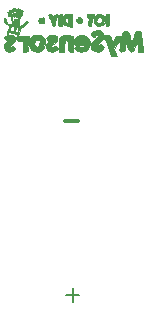
<source format=gbr>
G04 #@! TF.GenerationSoftware,KiCad,Pcbnew,(5.0.2)-1*
G04 #@! TF.CreationDate,2019-07-28T23:06:21+08:00*
G04 #@! TF.ProjectId,PIR,5049522e-6b69-4636-9164-5f7063625858,rev?*
G04 #@! TF.SameCoordinates,Original*
G04 #@! TF.FileFunction,Legend,Bot*
G04 #@! TF.FilePolarity,Positive*
%FSLAX46Y46*%
G04 Gerber Fmt 4.6, Leading zero omitted, Abs format (unit mm)*
G04 Created by KiCad (PCBNEW (5.0.2)-1) date 2019-07-28 23:06:21*
%MOMM*%
%LPD*%
G01*
G04 APERTURE LIST*
%ADD10C,0.300000*%
%ADD11C,0.010000*%
%ADD12C,0.150000*%
G04 APERTURE END LIST*
D10*
X44382930Y-55238021D02*
X43240073Y-55238021D01*
D11*
G04 #@! TO.C,G\002A\002A\002A*
G36*
X38904356Y-46346257D02*
X38902640Y-46360376D01*
X38947590Y-46417729D01*
X38961710Y-46419445D01*
X39019063Y-46374495D01*
X39020779Y-46360376D01*
X38975829Y-46303022D01*
X38961710Y-46301306D01*
X38904356Y-46346257D01*
X38904356Y-46346257D01*
G37*
X38904356Y-46346257D02*
X38902640Y-46360376D01*
X38947590Y-46417729D01*
X38961710Y-46419445D01*
X39019063Y-46374495D01*
X39020779Y-46360376D01*
X38975829Y-46303022D01*
X38961710Y-46301306D01*
X38904356Y-46346257D01*
G36*
X41317116Y-46500666D02*
X41172286Y-46526627D01*
X41081323Y-46537583D01*
X41080837Y-46537585D01*
X41046668Y-46589535D01*
X41029595Y-46717268D01*
X41029151Y-46744329D01*
X41036304Y-46876700D01*
X41080471Y-46935527D01*
X41195710Y-46950611D01*
X41265430Y-46951073D01*
X41501710Y-46951073D01*
X41501710Y-46707411D01*
X41497056Y-46554087D01*
X41466173Y-46490471D01*
X41383679Y-46488134D01*
X41317116Y-46500666D01*
X41317116Y-46500666D01*
G37*
X41317116Y-46500666D02*
X41172286Y-46526627D01*
X41081323Y-46537583D01*
X41080837Y-46537585D01*
X41046668Y-46589535D01*
X41029595Y-46717268D01*
X41029151Y-46744329D01*
X41036304Y-46876700D01*
X41080471Y-46935527D01*
X41195710Y-46950611D01*
X41265430Y-46951073D01*
X41501710Y-46951073D01*
X41501710Y-46707411D01*
X41497056Y-46554087D01*
X41466173Y-46490471D01*
X41383679Y-46488134D01*
X41317116Y-46500666D01*
G36*
X44365962Y-46450255D02*
X44337058Y-46508050D01*
X44305162Y-46586658D01*
X44277989Y-46596655D01*
X44225509Y-46639706D01*
X44229556Y-46738480D01*
X44285857Y-46847403D01*
X44303304Y-46866688D01*
X44448370Y-46941934D01*
X44602635Y-46919689D01*
X44676710Y-46862715D01*
X44737088Y-46753003D01*
X44745498Y-46649028D01*
X44699365Y-46597186D01*
X44691477Y-46596655D01*
X44639071Y-46548811D01*
X44632407Y-46508050D01*
X44581058Y-46436787D01*
X44484733Y-46419445D01*
X44365962Y-46450255D01*
X44365962Y-46450255D01*
G37*
X44365962Y-46450255D02*
X44337058Y-46508050D01*
X44305162Y-46586658D01*
X44277989Y-46596655D01*
X44225509Y-46639706D01*
X44229556Y-46738480D01*
X44285857Y-46847403D01*
X44303304Y-46866688D01*
X44448370Y-46941934D01*
X44602635Y-46919689D01*
X44676710Y-46862715D01*
X44737088Y-46753003D01*
X44745498Y-46649028D01*
X44699365Y-46597186D01*
X44691477Y-46596655D01*
X44639071Y-46548811D01*
X44632407Y-46508050D01*
X44581058Y-46436787D01*
X44484733Y-46419445D01*
X44365962Y-46450255D01*
G36*
X42403533Y-46236460D02*
X42347046Y-46314861D01*
X42288282Y-46446555D01*
X42217801Y-46314861D01*
X42133314Y-46230339D01*
X42017294Y-46185730D01*
X41911772Y-46187792D01*
X41858783Y-46243285D01*
X41857972Y-46257004D01*
X41888259Y-46348608D01*
X41962675Y-46494730D01*
X42005343Y-46567120D01*
X42095676Y-46755343D01*
X42146861Y-46942536D01*
X42151174Y-46995376D01*
X42165319Y-47129529D01*
X42223356Y-47181435D01*
X42287290Y-47187352D01*
X42377603Y-47172660D01*
X42407239Y-47105601D01*
X42399602Y-46986050D01*
X42412532Y-46792252D01*
X42508990Y-46589994D01*
X42529603Y-46558850D01*
X42644025Y-46368307D01*
X42674728Y-46249850D01*
X42622141Y-46192641D01*
X42544457Y-46183166D01*
X42403533Y-46236460D01*
X42403533Y-46236460D01*
G37*
X42403533Y-46236460D02*
X42347046Y-46314861D01*
X42288282Y-46446555D01*
X42217801Y-46314861D01*
X42133314Y-46230339D01*
X42017294Y-46185730D01*
X41911772Y-46187792D01*
X41858783Y-46243285D01*
X41857972Y-46257004D01*
X41888259Y-46348608D01*
X41962675Y-46494730D01*
X42005343Y-46567120D01*
X42095676Y-46755343D01*
X42146861Y-46942536D01*
X42151174Y-46995376D01*
X42165319Y-47129529D01*
X42223356Y-47181435D01*
X42287290Y-47187352D01*
X42377603Y-47172660D01*
X42407239Y-47105601D01*
X42399602Y-46986050D01*
X42412532Y-46792252D01*
X42508990Y-46589994D01*
X42529603Y-46558850D01*
X42644025Y-46368307D01*
X42674728Y-46249850D01*
X42622141Y-46192641D01*
X42544457Y-46183166D01*
X42403533Y-46236460D01*
G36*
X46776013Y-46187776D02*
X46732369Y-46217200D01*
X46709714Y-46294826D01*
X46701167Y-46444045D01*
X46699849Y-46685259D01*
X46701205Y-46928396D01*
X46709859Y-47076784D01*
X46732690Y-47153813D01*
X46776578Y-47182872D01*
X46847523Y-47187352D01*
X46919034Y-47182742D01*
X46962678Y-47153319D01*
X46985333Y-47075693D01*
X46993880Y-46926474D01*
X46995198Y-46685259D01*
X46993842Y-46442123D01*
X46985188Y-46293735D01*
X46962357Y-46216706D01*
X46918469Y-46187647D01*
X46847523Y-46183166D01*
X46776013Y-46187776D01*
X46776013Y-46187776D01*
G37*
X46776013Y-46187776D02*
X46732369Y-46217200D01*
X46709714Y-46294826D01*
X46701167Y-46444045D01*
X46699849Y-46685259D01*
X46701205Y-46928396D01*
X46709859Y-47076784D01*
X46732690Y-47153813D01*
X46776578Y-47182872D01*
X46847523Y-47187352D01*
X46919034Y-47182742D01*
X46962678Y-47153319D01*
X46985333Y-47075693D01*
X46993880Y-46926474D01*
X46995198Y-46685259D01*
X46993842Y-46442123D01*
X46985188Y-46293735D01*
X46962357Y-46216706D01*
X46918469Y-46187647D01*
X46847523Y-46183166D01*
X46776013Y-46187776D01*
G36*
X42820385Y-46193915D02*
X42773245Y-46244155D01*
X42743667Y-46360883D01*
X42721055Y-46546250D01*
X42693385Y-46827092D01*
X42683604Y-47011036D01*
X42696158Y-47118554D01*
X42735495Y-47170120D01*
X42806063Y-47186209D01*
X42860314Y-47187352D01*
X42989030Y-47169595D01*
X43035030Y-47101286D01*
X43037523Y-47062669D01*
X43037523Y-46937985D01*
X43140896Y-47064259D01*
X43279640Y-47163062D01*
X43509454Y-47220920D01*
X43554384Y-47226706D01*
X43864500Y-47262878D01*
X43864500Y-46714794D01*
X43569151Y-46714794D01*
X43546245Y-46886876D01*
X43480788Y-46953251D01*
X43377674Y-46910315D01*
X43344686Y-46880190D01*
X43277933Y-46746092D01*
X43309460Y-46610753D01*
X43388059Y-46539663D01*
X43497745Y-46489783D01*
X43550927Y-46508110D01*
X43567899Y-46614270D01*
X43569151Y-46714794D01*
X43864500Y-46714794D01*
X43864500Y-46191470D01*
X43561248Y-46205401D01*
X43351882Y-46229289D01*
X43218301Y-46286865D01*
X43147759Y-46355468D01*
X43037523Y-46491603D01*
X43037523Y-46337385D01*
X43014833Y-46221050D01*
X42926624Y-46184004D01*
X42898264Y-46183166D01*
X42820385Y-46193915D01*
X42820385Y-46193915D01*
G37*
X42820385Y-46193915D02*
X42773245Y-46244155D01*
X42743667Y-46360883D01*
X42721055Y-46546250D01*
X42693385Y-46827092D01*
X42683604Y-47011036D01*
X42696158Y-47118554D01*
X42735495Y-47170120D01*
X42806063Y-47186209D01*
X42860314Y-47187352D01*
X42989030Y-47169595D01*
X43035030Y-47101286D01*
X43037523Y-47062669D01*
X43037523Y-46937985D01*
X43140896Y-47064259D01*
X43279640Y-47163062D01*
X43509454Y-47220920D01*
X43554384Y-47226706D01*
X43864500Y-47262878D01*
X43864500Y-46714794D01*
X43569151Y-46714794D01*
X43546245Y-46886876D01*
X43480788Y-46953251D01*
X43377674Y-46910315D01*
X43344686Y-46880190D01*
X43277933Y-46746092D01*
X43309460Y-46610753D01*
X43388059Y-46539663D01*
X43497745Y-46489783D01*
X43550927Y-46508110D01*
X43567899Y-46614270D01*
X43569151Y-46714794D01*
X43864500Y-46714794D01*
X43864500Y-46191470D01*
X43561248Y-46205401D01*
X43351882Y-46229289D01*
X43218301Y-46286865D01*
X43147759Y-46355468D01*
X43037523Y-46491603D01*
X43037523Y-46337385D01*
X43014833Y-46221050D01*
X42926624Y-46184004D01*
X42898264Y-46183166D01*
X42820385Y-46193915D01*
G36*
X45241283Y-46188691D02*
X45143076Y-46211580D01*
X45107710Y-46261303D01*
X45104965Y-46294986D01*
X45149979Y-46406635D01*
X45201703Y-46443928D01*
X45256812Y-46487186D01*
X45277879Y-46580147D01*
X45270137Y-46752639D01*
X45265021Y-46804861D01*
X45251293Y-46998340D01*
X45265367Y-47109115D01*
X45313954Y-47170721D01*
X45341609Y-47187548D01*
X45442126Y-47233645D01*
X45494892Y-47219950D01*
X45515225Y-47126402D01*
X45518454Y-46955905D01*
X45525482Y-46765341D01*
X45543291Y-46614776D01*
X45554308Y-46571951D01*
X45610399Y-46483761D01*
X45659589Y-46502163D01*
X45690532Y-46615692D01*
X45695663Y-46714794D01*
X45737432Y-46954010D01*
X45862738Y-47109689D01*
X46071581Y-47181831D01*
X46168221Y-47187352D01*
X46405265Y-47147895D01*
X46558636Y-47026651D01*
X46632425Y-46819308D01*
X46640779Y-46689547D01*
X46632442Y-46589607D01*
X46392109Y-46589607D01*
X46382856Y-46747608D01*
X46343352Y-46836817D01*
X46235468Y-46934391D01*
X46095661Y-46937909D01*
X46002826Y-46880190D01*
X45941436Y-46752869D01*
X45966677Y-46618284D01*
X46054372Y-46509212D01*
X46180347Y-46458430D01*
X46295493Y-46483403D01*
X46392109Y-46589607D01*
X46632442Y-46589607D01*
X46625170Y-46502441D01*
X46564507Y-46379756D01*
X46485139Y-46305593D01*
X46268486Y-46199982D01*
X46042579Y-46202466D01*
X45886016Y-46275121D01*
X45791199Y-46334053D01*
X45758060Y-46320183D01*
X45754733Y-46275121D01*
X45728425Y-46220178D01*
X45633701Y-46191772D01*
X45446864Y-46183197D01*
X45429849Y-46183166D01*
X45241283Y-46188691D01*
X45241283Y-46188691D01*
G37*
X45241283Y-46188691D02*
X45143076Y-46211580D01*
X45107710Y-46261303D01*
X45104965Y-46294986D01*
X45149979Y-46406635D01*
X45201703Y-46443928D01*
X45256812Y-46487186D01*
X45277879Y-46580147D01*
X45270137Y-46752639D01*
X45265021Y-46804861D01*
X45251293Y-46998340D01*
X45265367Y-47109115D01*
X45313954Y-47170721D01*
X45341609Y-47187548D01*
X45442126Y-47233645D01*
X45494892Y-47219950D01*
X45515225Y-47126402D01*
X45518454Y-46955905D01*
X45525482Y-46765341D01*
X45543291Y-46614776D01*
X45554308Y-46571951D01*
X45610399Y-46483761D01*
X45659589Y-46502163D01*
X45690532Y-46615692D01*
X45695663Y-46714794D01*
X45737432Y-46954010D01*
X45862738Y-47109689D01*
X46071581Y-47181831D01*
X46168221Y-47187352D01*
X46405265Y-47147895D01*
X46558636Y-47026651D01*
X46632425Y-46819308D01*
X46640779Y-46689547D01*
X46632442Y-46589607D01*
X46392109Y-46589607D01*
X46382856Y-46747608D01*
X46343352Y-46836817D01*
X46235468Y-46934391D01*
X46095661Y-46937909D01*
X46002826Y-46880190D01*
X45941436Y-46752869D01*
X45966677Y-46618284D01*
X46054372Y-46509212D01*
X46180347Y-46458430D01*
X46295493Y-46483403D01*
X46392109Y-46589607D01*
X46632442Y-46589607D01*
X46625170Y-46502441D01*
X46564507Y-46379756D01*
X46485139Y-46305593D01*
X46268486Y-46199982D01*
X46042579Y-46202466D01*
X45886016Y-46275121D01*
X45791199Y-46334053D01*
X45758060Y-46320183D01*
X45754733Y-46275121D01*
X45728425Y-46220178D01*
X45633701Y-46191772D01*
X45446864Y-46183197D01*
X45429849Y-46183166D01*
X45241283Y-46188691D01*
G36*
X38775937Y-45728554D02*
X38754182Y-45772147D01*
X38693152Y-45859593D01*
X38593591Y-45853935D01*
X38506297Y-45841268D01*
X38503344Y-45898041D01*
X38507897Y-45910536D01*
X38504474Y-45991679D01*
X38457763Y-46005957D01*
X38380352Y-46038445D01*
X38371012Y-46065027D01*
X38411902Y-46122420D01*
X38424552Y-46124097D01*
X38456055Y-46170728D01*
X38449327Y-46234090D01*
X38470664Y-46337419D01*
X38560578Y-46399945D01*
X38669715Y-46387814D01*
X38671691Y-46386616D01*
X38706720Y-46415244D01*
X38724770Y-46528243D01*
X38725430Y-46560148D01*
X38740502Y-46708264D01*
X38777380Y-46797919D01*
X38783291Y-46802651D01*
X38805535Y-46870557D01*
X38760427Y-46965314D01*
X38676553Y-47044836D01*
X38602237Y-47069213D01*
X38492235Y-47024381D01*
X38372981Y-46919568D01*
X38290321Y-46799296D01*
X38277431Y-46753773D01*
X38264046Y-46629654D01*
X38261869Y-46611422D01*
X38213773Y-46545495D01*
X38133265Y-46547930D01*
X38078512Y-46611245D01*
X38075663Y-46635381D01*
X38116662Y-46760537D01*
X38217550Y-46916146D01*
X38345165Y-47059871D01*
X38466343Y-47149377D01*
X38483489Y-47156020D01*
X38555478Y-47190693D01*
X38559679Y-47252853D01*
X38509645Y-47364938D01*
X38440065Y-47546646D01*
X38389342Y-47750692D01*
X38387555Y-47761463D01*
X38336586Y-47928710D01*
X38257591Y-48050171D01*
X38243299Y-48061981D01*
X38146868Y-48174009D01*
X38165532Y-48296635D01*
X38254094Y-48399388D01*
X38373455Y-48507408D01*
X38224559Y-48662822D01*
X38101029Y-48845353D01*
X38093057Y-49025238D01*
X38198090Y-49217293D01*
X38346559Y-49341540D01*
X38519128Y-49372934D01*
X38760151Y-49347244D01*
X38940825Y-49278675D01*
X39045735Y-49179974D01*
X39059471Y-49063891D01*
X39001504Y-48973924D01*
X38911667Y-48913305D01*
X38803982Y-48928217D01*
X38749514Y-48951181D01*
X38612776Y-48999921D01*
X38570077Y-48980001D01*
X38620925Y-48893615D01*
X38764824Y-48742954D01*
X38804983Y-48705063D01*
X38948266Y-48560340D01*
X39047701Y-48438323D01*
X39070007Y-48392714D01*
X38589768Y-48392714D01*
X38548221Y-48427818D01*
X38453968Y-48480945D01*
X38441411Y-48460936D01*
X38459616Y-48427818D01*
X38545883Y-48371656D01*
X38566475Y-48369652D01*
X38589768Y-48392714D01*
X39070007Y-48392714D01*
X39079849Y-48372593D01*
X39105067Y-48333606D01*
X39193467Y-48371260D01*
X39227263Y-48392680D01*
X39414445Y-48459653D01*
X39521724Y-48452363D01*
X39635403Y-48445241D01*
X39704250Y-48516978D01*
X39731566Y-48580620D01*
X39762968Y-48749138D01*
X39763367Y-48974206D01*
X39755183Y-49059359D01*
X39716004Y-49372934D01*
X39926068Y-49372934D01*
X40071157Y-49361711D01*
X40154313Y-49334147D01*
X40158762Y-49328632D01*
X40169370Y-49254592D01*
X40180395Y-49088927D01*
X40190362Y-48858136D01*
X40196382Y-48652964D01*
X40211373Y-48021599D01*
X39735845Y-48020554D01*
X39467489Y-48027029D01*
X39292910Y-48050442D01*
X39188475Y-48094650D01*
X39166407Y-48113419D01*
X39090078Y-48171979D01*
X39029695Y-48141507D01*
X38984219Y-48081294D01*
X38870720Y-47986609D01*
X38689511Y-47955454D01*
X38668541Y-47955259D01*
X38522683Y-47947584D01*
X38466715Y-47913023D01*
X38472779Y-47834279D01*
X38472910Y-47833779D01*
X38526119Y-47747390D01*
X38600287Y-47755222D01*
X38717926Y-47788185D01*
X38893156Y-47817417D01*
X38946942Y-47823580D01*
X39100261Y-47850245D01*
X39189088Y-47887238D01*
X39197989Y-47902138D01*
X39245379Y-47950403D01*
X39279210Y-47955259D01*
X39344572Y-47901512D01*
X39398054Y-47761525D01*
X39429719Y-47567184D01*
X39434237Y-47458388D01*
X39315109Y-47458388D01*
X39304221Y-47600120D01*
X39276748Y-47679601D01*
X39190289Y-47712954D01*
X39124380Y-47718980D01*
X39050196Y-47701799D01*
X39035501Y-47628224D01*
X39052823Y-47530350D01*
X39107823Y-47369395D01*
X39173456Y-47268711D01*
X39013830Y-47268711D01*
X39000656Y-47325091D01*
X38966335Y-47480359D01*
X38961710Y-47546602D01*
X38930819Y-47630794D01*
X38819693Y-47659300D01*
X38787986Y-47659911D01*
X38651513Y-47641622D01*
X38577602Y-47600592D01*
X38582309Y-47517864D01*
X38636466Y-47376968D01*
X38674526Y-47303592D01*
X38757663Y-47163404D01*
X38808125Y-47114662D01*
X38848299Y-47144291D01*
X38873213Y-47187554D01*
X38940847Y-47263944D01*
X38988958Y-47263042D01*
X39013830Y-47268711D01*
X39173456Y-47268711D01*
X39181937Y-47255701D01*
X39254421Y-47216793D01*
X39279561Y-47229545D01*
X39307011Y-47315208D01*
X39315109Y-47458388D01*
X39434237Y-47458388D01*
X39434268Y-47457649D01*
X39478989Y-47342880D01*
X39624333Y-47257620D01*
X39626244Y-47256897D01*
X39805983Y-47169848D01*
X39966264Y-47059745D01*
X40080818Y-46948905D01*
X40123373Y-46859645D01*
X40117614Y-46839478D01*
X40036459Y-46780089D01*
X39947602Y-46788588D01*
X39906826Y-46858181D01*
X39859169Y-46957486D01*
X39744413Y-47067770D01*
X39604879Y-47155468D01*
X39491775Y-47187352D01*
X39400460Y-47136965D01*
X39346890Y-47015131D01*
X39346784Y-47010143D01*
X39079849Y-47010143D01*
X39059695Y-47067677D01*
X39053800Y-47069213D01*
X39003368Y-47027821D01*
X38991244Y-47010143D01*
X38995928Y-46955711D01*
X39017293Y-46951073D01*
X39077445Y-46993953D01*
X39079849Y-47010143D01*
X39346784Y-47010143D01*
X39343702Y-46865847D01*
X39373768Y-46776535D01*
X39421807Y-46627074D01*
X39434268Y-46511933D01*
X39444338Y-46471282D01*
X39316128Y-46471282D01*
X39286540Y-46566657D01*
X39184263Y-46608258D01*
X39001027Y-46605827D01*
X38920994Y-46623347D01*
X38922230Y-46677081D01*
X38989195Y-46735528D01*
X39079284Y-46764460D01*
X39167132Y-46789552D01*
X39145092Y-46828919D01*
X39136910Y-46834175D01*
X39015353Y-46849358D01*
X38892298Y-46780658D01*
X38815649Y-46660811D01*
X38801997Y-46516283D01*
X38818053Y-46394934D01*
X38862221Y-46291853D01*
X38950740Y-46251057D01*
X39071485Y-46246900D01*
X39190686Y-46256591D01*
X39223444Y-46275011D01*
X39212756Y-46281357D01*
X39146478Y-46359064D01*
X39138919Y-46402066D01*
X39154845Y-46460714D01*
X39220447Y-46425260D01*
X39227523Y-46419445D01*
X39295417Y-46381398D01*
X39315642Y-46442624D01*
X39316128Y-46471282D01*
X39444338Y-46471282D01*
X39464409Y-46390259D01*
X39522872Y-46360376D01*
X39594943Y-46310755D01*
X39611477Y-46238353D01*
X39634507Y-46110322D01*
X39468579Y-46110322D01*
X39460684Y-46129142D01*
X39388972Y-46158408D01*
X39370153Y-46150513D01*
X39340887Y-46078801D01*
X39345314Y-46068245D01*
X39257058Y-46068245D01*
X39205522Y-46113264D01*
X39079849Y-46111497D01*
X38956259Y-46106044D01*
X38902702Y-46128824D01*
X38902640Y-46129996D01*
X38854127Y-46180351D01*
X38799268Y-46201518D01*
X38704345Y-46227747D01*
X38681128Y-46235384D01*
X38668052Y-46193898D01*
X38666361Y-46153632D01*
X38711480Y-46075270D01*
X38750746Y-46065027D01*
X38859872Y-46026131D01*
X38922089Y-45978069D01*
X39000414Y-45921256D01*
X39064831Y-45958976D01*
X39080676Y-45977419D01*
X39163507Y-46034715D01*
X39204682Y-46031355D01*
X39252995Y-46044082D01*
X39257058Y-46068245D01*
X39345314Y-46068245D01*
X39348781Y-46059982D01*
X39420493Y-46030716D01*
X39439313Y-46038610D01*
X39468579Y-46110322D01*
X39634507Y-46110322D01*
X39639910Y-46080290D01*
X39669358Y-46008179D01*
X39691990Y-45925093D01*
X39627109Y-45877203D01*
X39566577Y-45859705D01*
X39432168Y-45806690D01*
X39361022Y-45750227D01*
X39307329Y-45714889D01*
X39266612Y-45757707D01*
X39211767Y-45800698D01*
X39141239Y-45742939D01*
X39019285Y-45663566D01*
X38881691Y-45659965D01*
X38775937Y-45728554D01*
X38775937Y-45728554D01*
G37*
X38775937Y-45728554D02*
X38754182Y-45772147D01*
X38693152Y-45859593D01*
X38593591Y-45853935D01*
X38506297Y-45841268D01*
X38503344Y-45898041D01*
X38507897Y-45910536D01*
X38504474Y-45991679D01*
X38457763Y-46005957D01*
X38380352Y-46038445D01*
X38371012Y-46065027D01*
X38411902Y-46122420D01*
X38424552Y-46124097D01*
X38456055Y-46170728D01*
X38449327Y-46234090D01*
X38470664Y-46337419D01*
X38560578Y-46399945D01*
X38669715Y-46387814D01*
X38671691Y-46386616D01*
X38706720Y-46415244D01*
X38724770Y-46528243D01*
X38725430Y-46560148D01*
X38740502Y-46708264D01*
X38777380Y-46797919D01*
X38783291Y-46802651D01*
X38805535Y-46870557D01*
X38760427Y-46965314D01*
X38676553Y-47044836D01*
X38602237Y-47069213D01*
X38492235Y-47024381D01*
X38372981Y-46919568D01*
X38290321Y-46799296D01*
X38277431Y-46753773D01*
X38264046Y-46629654D01*
X38261869Y-46611422D01*
X38213773Y-46545495D01*
X38133265Y-46547930D01*
X38078512Y-46611245D01*
X38075663Y-46635381D01*
X38116662Y-46760537D01*
X38217550Y-46916146D01*
X38345165Y-47059871D01*
X38466343Y-47149377D01*
X38483489Y-47156020D01*
X38555478Y-47190693D01*
X38559679Y-47252853D01*
X38509645Y-47364938D01*
X38440065Y-47546646D01*
X38389342Y-47750692D01*
X38387555Y-47761463D01*
X38336586Y-47928710D01*
X38257591Y-48050171D01*
X38243299Y-48061981D01*
X38146868Y-48174009D01*
X38165532Y-48296635D01*
X38254094Y-48399388D01*
X38373455Y-48507408D01*
X38224559Y-48662822D01*
X38101029Y-48845353D01*
X38093057Y-49025238D01*
X38198090Y-49217293D01*
X38346559Y-49341540D01*
X38519128Y-49372934D01*
X38760151Y-49347244D01*
X38940825Y-49278675D01*
X39045735Y-49179974D01*
X39059471Y-49063891D01*
X39001504Y-48973924D01*
X38911667Y-48913305D01*
X38803982Y-48928217D01*
X38749514Y-48951181D01*
X38612776Y-48999921D01*
X38570077Y-48980001D01*
X38620925Y-48893615D01*
X38764824Y-48742954D01*
X38804983Y-48705063D01*
X38948266Y-48560340D01*
X39047701Y-48438323D01*
X39070007Y-48392714D01*
X38589768Y-48392714D01*
X38548221Y-48427818D01*
X38453968Y-48480945D01*
X38441411Y-48460936D01*
X38459616Y-48427818D01*
X38545883Y-48371656D01*
X38566475Y-48369652D01*
X38589768Y-48392714D01*
X39070007Y-48392714D01*
X39079849Y-48372593D01*
X39105067Y-48333606D01*
X39193467Y-48371260D01*
X39227263Y-48392680D01*
X39414445Y-48459653D01*
X39521724Y-48452363D01*
X39635403Y-48445241D01*
X39704250Y-48516978D01*
X39731566Y-48580620D01*
X39762968Y-48749138D01*
X39763367Y-48974206D01*
X39755183Y-49059359D01*
X39716004Y-49372934D01*
X39926068Y-49372934D01*
X40071157Y-49361711D01*
X40154313Y-49334147D01*
X40158762Y-49328632D01*
X40169370Y-49254592D01*
X40180395Y-49088927D01*
X40190362Y-48858136D01*
X40196382Y-48652964D01*
X40211373Y-48021599D01*
X39735845Y-48020554D01*
X39467489Y-48027029D01*
X39292910Y-48050442D01*
X39188475Y-48094650D01*
X39166407Y-48113419D01*
X39090078Y-48171979D01*
X39029695Y-48141507D01*
X38984219Y-48081294D01*
X38870720Y-47986609D01*
X38689511Y-47955454D01*
X38668541Y-47955259D01*
X38522683Y-47947584D01*
X38466715Y-47913023D01*
X38472779Y-47834279D01*
X38472910Y-47833779D01*
X38526119Y-47747390D01*
X38600287Y-47755222D01*
X38717926Y-47788185D01*
X38893156Y-47817417D01*
X38946942Y-47823580D01*
X39100261Y-47850245D01*
X39189088Y-47887238D01*
X39197989Y-47902138D01*
X39245379Y-47950403D01*
X39279210Y-47955259D01*
X39344572Y-47901512D01*
X39398054Y-47761525D01*
X39429719Y-47567184D01*
X39434237Y-47458388D01*
X39315109Y-47458388D01*
X39304221Y-47600120D01*
X39276748Y-47679601D01*
X39190289Y-47712954D01*
X39124380Y-47718980D01*
X39050196Y-47701799D01*
X39035501Y-47628224D01*
X39052823Y-47530350D01*
X39107823Y-47369395D01*
X39173456Y-47268711D01*
X39013830Y-47268711D01*
X39000656Y-47325091D01*
X38966335Y-47480359D01*
X38961710Y-47546602D01*
X38930819Y-47630794D01*
X38819693Y-47659300D01*
X38787986Y-47659911D01*
X38651513Y-47641622D01*
X38577602Y-47600592D01*
X38582309Y-47517864D01*
X38636466Y-47376968D01*
X38674526Y-47303592D01*
X38757663Y-47163404D01*
X38808125Y-47114662D01*
X38848299Y-47144291D01*
X38873213Y-47187554D01*
X38940847Y-47263944D01*
X38988958Y-47263042D01*
X39013830Y-47268711D01*
X39173456Y-47268711D01*
X39181937Y-47255701D01*
X39254421Y-47216793D01*
X39279561Y-47229545D01*
X39307011Y-47315208D01*
X39315109Y-47458388D01*
X39434237Y-47458388D01*
X39434268Y-47457649D01*
X39478989Y-47342880D01*
X39624333Y-47257620D01*
X39626244Y-47256897D01*
X39805983Y-47169848D01*
X39966264Y-47059745D01*
X40080818Y-46948905D01*
X40123373Y-46859645D01*
X40117614Y-46839478D01*
X40036459Y-46780089D01*
X39947602Y-46788588D01*
X39906826Y-46858181D01*
X39859169Y-46957486D01*
X39744413Y-47067770D01*
X39604879Y-47155468D01*
X39491775Y-47187352D01*
X39400460Y-47136965D01*
X39346890Y-47015131D01*
X39346784Y-47010143D01*
X39079849Y-47010143D01*
X39059695Y-47067677D01*
X39053800Y-47069213D01*
X39003368Y-47027821D01*
X38991244Y-47010143D01*
X38995928Y-46955711D01*
X39017293Y-46951073D01*
X39077445Y-46993953D01*
X39079849Y-47010143D01*
X39346784Y-47010143D01*
X39343702Y-46865847D01*
X39373768Y-46776535D01*
X39421807Y-46627074D01*
X39434268Y-46511933D01*
X39444338Y-46471282D01*
X39316128Y-46471282D01*
X39286540Y-46566657D01*
X39184263Y-46608258D01*
X39001027Y-46605827D01*
X38920994Y-46623347D01*
X38922230Y-46677081D01*
X38989195Y-46735528D01*
X39079284Y-46764460D01*
X39167132Y-46789552D01*
X39145092Y-46828919D01*
X39136910Y-46834175D01*
X39015353Y-46849358D01*
X38892298Y-46780658D01*
X38815649Y-46660811D01*
X38801997Y-46516283D01*
X38818053Y-46394934D01*
X38862221Y-46291853D01*
X38950740Y-46251057D01*
X39071485Y-46246900D01*
X39190686Y-46256591D01*
X39223444Y-46275011D01*
X39212756Y-46281357D01*
X39146478Y-46359064D01*
X39138919Y-46402066D01*
X39154845Y-46460714D01*
X39220447Y-46425260D01*
X39227523Y-46419445D01*
X39295417Y-46381398D01*
X39315642Y-46442624D01*
X39316128Y-46471282D01*
X39444338Y-46471282D01*
X39464409Y-46390259D01*
X39522872Y-46360376D01*
X39594943Y-46310755D01*
X39611477Y-46238353D01*
X39634507Y-46110322D01*
X39468579Y-46110322D01*
X39460684Y-46129142D01*
X39388972Y-46158408D01*
X39370153Y-46150513D01*
X39340887Y-46078801D01*
X39345314Y-46068245D01*
X39257058Y-46068245D01*
X39205522Y-46113264D01*
X39079849Y-46111497D01*
X38956259Y-46106044D01*
X38902702Y-46128824D01*
X38902640Y-46129996D01*
X38854127Y-46180351D01*
X38799268Y-46201518D01*
X38704345Y-46227747D01*
X38681128Y-46235384D01*
X38668052Y-46193898D01*
X38666361Y-46153632D01*
X38711480Y-46075270D01*
X38750746Y-46065027D01*
X38859872Y-46026131D01*
X38922089Y-45978069D01*
X39000414Y-45921256D01*
X39064831Y-45958976D01*
X39080676Y-45977419D01*
X39163507Y-46034715D01*
X39204682Y-46031355D01*
X39252995Y-46044082D01*
X39257058Y-46068245D01*
X39345314Y-46068245D01*
X39348781Y-46059982D01*
X39420493Y-46030716D01*
X39439313Y-46038610D01*
X39468579Y-46110322D01*
X39634507Y-46110322D01*
X39639910Y-46080290D01*
X39669358Y-46008179D01*
X39691990Y-45925093D01*
X39627109Y-45877203D01*
X39566577Y-45859705D01*
X39432168Y-45806690D01*
X39361022Y-45750227D01*
X39307329Y-45714889D01*
X39266612Y-45757707D01*
X39211767Y-45800698D01*
X39141239Y-45742939D01*
X39019285Y-45663566D01*
X38881691Y-45659965D01*
X38775937Y-45728554D01*
G36*
X40605701Y-47972632D02*
X40516360Y-48025409D01*
X40420569Y-48129397D01*
X40419500Y-48130667D01*
X40325781Y-48262793D01*
X40277891Y-48402743D01*
X40261902Y-48598256D01*
X40261244Y-48673173D01*
X40268421Y-48884141D01*
X40299735Y-49022149D01*
X40369860Y-49131997D01*
X40433910Y-49200268D01*
X40650185Y-49336807D01*
X40917825Y-49371266D01*
X41218892Y-49305024D01*
X41395723Y-49183363D01*
X41533165Y-48981022D01*
X41610337Y-48734000D01*
X41619849Y-48613754D01*
X41615503Y-48582850D01*
X41135713Y-48582850D01*
X41115604Y-48765762D01*
X41057657Y-48863432D01*
X40946386Y-48946391D01*
X40845858Y-48934292D01*
X40733803Y-48841306D01*
X40638975Y-48729851D01*
X40628626Y-48637435D01*
X40699168Y-48512193D01*
X40709979Y-48496658D01*
X40837571Y-48390838D01*
X40961026Y-48380143D01*
X41076396Y-48416924D01*
X41126448Y-48516165D01*
X41135713Y-48582850D01*
X41615503Y-48582850D01*
X41589740Y-48399672D01*
X41482067Y-48217732D01*
X41451421Y-48182107D01*
X41336805Y-48071315D01*
X41215555Y-48009377D01*
X41042554Y-47977763D01*
X40930373Y-47968097D01*
X40729928Y-47957912D01*
X40605701Y-47972632D01*
X40605701Y-47972632D01*
G37*
X40605701Y-47972632D02*
X40516360Y-48025409D01*
X40420569Y-48129397D01*
X40419500Y-48130667D01*
X40325781Y-48262793D01*
X40277891Y-48402743D01*
X40261902Y-48598256D01*
X40261244Y-48673173D01*
X40268421Y-48884141D01*
X40299735Y-49022149D01*
X40369860Y-49131997D01*
X40433910Y-49200268D01*
X40650185Y-49336807D01*
X40917825Y-49371266D01*
X41218892Y-49305024D01*
X41395723Y-49183363D01*
X41533165Y-48981022D01*
X41610337Y-48734000D01*
X41619849Y-48613754D01*
X41615503Y-48582850D01*
X41135713Y-48582850D01*
X41115604Y-48765762D01*
X41057657Y-48863432D01*
X40946386Y-48946391D01*
X40845858Y-48934292D01*
X40733803Y-48841306D01*
X40638975Y-48729851D01*
X40628626Y-48637435D01*
X40699168Y-48512193D01*
X40709979Y-48496658D01*
X40837571Y-48390838D01*
X40961026Y-48380143D01*
X41076396Y-48416924D01*
X41126448Y-48516165D01*
X41135713Y-48582850D01*
X41615503Y-48582850D01*
X41589740Y-48399672D01*
X41482067Y-48217732D01*
X41451421Y-48182107D01*
X41336805Y-48071315D01*
X41215555Y-48009377D01*
X41042554Y-47977763D01*
X40930373Y-47968097D01*
X40729928Y-47957912D01*
X40605701Y-47972632D01*
G36*
X42016692Y-47977817D02*
X41839108Y-48036320D01*
X41715670Y-48124567D01*
X41678919Y-48215268D01*
X41719263Y-48309901D01*
X41792145Y-48393836D01*
X41905408Y-48462269D01*
X42029187Y-48437747D01*
X42043191Y-48431320D01*
X42131105Y-48392126D01*
X42119277Y-48407792D01*
X42071241Y-48441379D01*
X41873238Y-48582608D01*
X41755638Y-48689127D01*
X41697970Y-48787719D01*
X41679760Y-48905162D01*
X41678919Y-48954578D01*
X41714233Y-49163554D01*
X41786942Y-49275174D01*
X41941192Y-49347658D01*
X42154610Y-49367510D01*
X42380497Y-49334539D01*
X42524267Y-49278189D01*
X42647536Y-49170040D01*
X42658494Y-49051382D01*
X42555585Y-48939945D01*
X42554043Y-48938970D01*
X42434324Y-48909658D01*
X42303086Y-48957340D01*
X42169264Y-49004317D01*
X42106365Y-48983530D01*
X42131597Y-48914985D01*
X42210431Y-48849616D01*
X42439440Y-48660863D01*
X42580227Y-48461385D01*
X42626262Y-48267495D01*
X42571018Y-48095504D01*
X42531211Y-48048083D01*
X42397055Y-47976969D01*
X42214111Y-47955790D01*
X42016692Y-47977817D01*
X42016692Y-47977817D01*
G37*
X42016692Y-47977817D02*
X41839108Y-48036320D01*
X41715670Y-48124567D01*
X41678919Y-48215268D01*
X41719263Y-48309901D01*
X41792145Y-48393836D01*
X41905408Y-48462269D01*
X42029187Y-48437747D01*
X42043191Y-48431320D01*
X42131105Y-48392126D01*
X42119277Y-48407792D01*
X42071241Y-48441379D01*
X41873238Y-48582608D01*
X41755638Y-48689127D01*
X41697970Y-48787719D01*
X41679760Y-48905162D01*
X41678919Y-48954578D01*
X41714233Y-49163554D01*
X41786942Y-49275174D01*
X41941192Y-49347658D01*
X42154610Y-49367510D01*
X42380497Y-49334539D01*
X42524267Y-49278189D01*
X42647536Y-49170040D01*
X42658494Y-49051382D01*
X42555585Y-48939945D01*
X42554043Y-48938970D01*
X42434324Y-48909658D01*
X42303086Y-48957340D01*
X42169264Y-49004317D01*
X42106365Y-48983530D01*
X42131597Y-48914985D01*
X42210431Y-48849616D01*
X42439440Y-48660863D01*
X42580227Y-48461385D01*
X42626262Y-48267495D01*
X42571018Y-48095504D01*
X42531211Y-48048083D01*
X42397055Y-47976969D01*
X42214111Y-47955790D01*
X42016692Y-47977817D01*
G36*
X43022161Y-48034299D02*
X42879029Y-48142495D01*
X42792498Y-48328519D01*
X42750914Y-48605875D01*
X42742175Y-48904221D01*
X42742175Y-49372934D01*
X43207250Y-49372934D01*
X43198750Y-49003748D01*
X43206658Y-48773575D01*
X43236863Y-48580945D01*
X43267327Y-48494763D01*
X43330342Y-48400596D01*
X43386860Y-48402888D01*
X43440091Y-48450651D01*
X43507762Y-48586464D01*
X43549719Y-48834177D01*
X43559130Y-48959635D01*
X43573235Y-49175376D01*
X43593036Y-49298879D01*
X43630602Y-49355871D01*
X43698004Y-49372080D01*
X43753027Y-49372934D01*
X43923570Y-49372934D01*
X43923570Y-48030504D01*
X43524849Y-47997368D01*
X43233549Y-47990424D01*
X43022161Y-48034299D01*
X43022161Y-48034299D01*
G37*
X43022161Y-48034299D02*
X42879029Y-48142495D01*
X42792498Y-48328519D01*
X42750914Y-48605875D01*
X42742175Y-48904221D01*
X42742175Y-49372934D01*
X43207250Y-49372934D01*
X43198750Y-49003748D01*
X43206658Y-48773575D01*
X43236863Y-48580945D01*
X43267327Y-48494763D01*
X43330342Y-48400596D01*
X43386860Y-48402888D01*
X43440091Y-48450651D01*
X43507762Y-48586464D01*
X43549719Y-48834177D01*
X43559130Y-48959635D01*
X43573235Y-49175376D01*
X43593036Y-49298879D01*
X43630602Y-49355871D01*
X43698004Y-49372080D01*
X43753027Y-49372934D01*
X43923570Y-49372934D01*
X43923570Y-48030504D01*
X43524849Y-47997368D01*
X43233549Y-47990424D01*
X43022161Y-48034299D01*
G36*
X44345114Y-48038200D02*
X44158898Y-48188014D01*
X44066591Y-48341239D01*
X43992780Y-48567825D01*
X43997522Y-48717006D01*
X44082433Y-48801031D01*
X44129273Y-48816788D01*
X44275906Y-48853590D01*
X44144040Y-48965407D01*
X44012175Y-49077224D01*
X44177910Y-49225079D01*
X44390908Y-49342914D01*
X44650883Y-49383575D01*
X44915489Y-49347207D01*
X45041463Y-49284329D01*
X44573337Y-49284329D01*
X44543803Y-49313864D01*
X44514268Y-49284329D01*
X44543803Y-49254794D01*
X44573337Y-49284329D01*
X45041463Y-49284329D01*
X45142382Y-49233957D01*
X45157494Y-49221699D01*
X45246601Y-49107120D01*
X44514268Y-49107120D01*
X44484733Y-49136655D01*
X44455198Y-49107120D01*
X44484733Y-49077585D01*
X44514268Y-49107120D01*
X45246601Y-49107120D01*
X45321824Y-49010396D01*
X45350662Y-48894359D01*
X44951682Y-48894359D01*
X44927756Y-48929911D01*
X44799703Y-49002244D01*
X44625159Y-49007428D01*
X44454702Y-48945653D01*
X44429140Y-48928032D01*
X44375566Y-48879817D01*
X44389314Y-48853760D01*
X44488052Y-48843162D01*
X44657885Y-48841306D01*
X44847032Y-48845000D01*
X44938262Y-48860484D01*
X44951682Y-48894359D01*
X45350662Y-48894359D01*
X45387895Y-48744544D01*
X45351839Y-48440637D01*
X45348134Y-48427818D01*
X44839151Y-48427818D01*
X44828646Y-48473289D01*
X44747001Y-48483650D01*
X44635879Y-48458902D01*
X44573337Y-48427818D01*
X44532680Y-48386650D01*
X44594324Y-48370882D01*
X44643689Y-48369652D01*
X44774485Y-48388801D01*
X44839151Y-48427818D01*
X45348134Y-48427818D01*
X45345670Y-48419295D01*
X45226219Y-48197874D01*
X45039461Y-48047408D01*
X44812373Y-47969543D01*
X44571932Y-47965924D01*
X44345114Y-48038200D01*
X44345114Y-48038200D01*
G37*
X44345114Y-48038200D02*
X44158898Y-48188014D01*
X44066591Y-48341239D01*
X43992780Y-48567825D01*
X43997522Y-48717006D01*
X44082433Y-48801031D01*
X44129273Y-48816788D01*
X44275906Y-48853590D01*
X44144040Y-48965407D01*
X44012175Y-49077224D01*
X44177910Y-49225079D01*
X44390908Y-49342914D01*
X44650883Y-49383575D01*
X44915489Y-49347207D01*
X45041463Y-49284329D01*
X44573337Y-49284329D01*
X44543803Y-49313864D01*
X44514268Y-49284329D01*
X44543803Y-49254794D01*
X44573337Y-49284329D01*
X45041463Y-49284329D01*
X45142382Y-49233957D01*
X45157494Y-49221699D01*
X45246601Y-49107120D01*
X44514268Y-49107120D01*
X44484733Y-49136655D01*
X44455198Y-49107120D01*
X44484733Y-49077585D01*
X44514268Y-49107120D01*
X45246601Y-49107120D01*
X45321824Y-49010396D01*
X45350662Y-48894359D01*
X44951682Y-48894359D01*
X44927756Y-48929911D01*
X44799703Y-49002244D01*
X44625159Y-49007428D01*
X44454702Y-48945653D01*
X44429140Y-48928032D01*
X44375566Y-48879817D01*
X44389314Y-48853760D01*
X44488052Y-48843162D01*
X44657885Y-48841306D01*
X44847032Y-48845000D01*
X44938262Y-48860484D01*
X44951682Y-48894359D01*
X45350662Y-48894359D01*
X45387895Y-48744544D01*
X45351839Y-48440637D01*
X45348134Y-48427818D01*
X44839151Y-48427818D01*
X44828646Y-48473289D01*
X44747001Y-48483650D01*
X44635879Y-48458902D01*
X44573337Y-48427818D01*
X44532680Y-48386650D01*
X44594324Y-48370882D01*
X44643689Y-48369652D01*
X44774485Y-48388801D01*
X44839151Y-48427818D01*
X45348134Y-48427818D01*
X45345670Y-48419295D01*
X45226219Y-48197874D01*
X45039461Y-48047408D01*
X44812373Y-47969543D01*
X44571932Y-47965924D01*
X44345114Y-48038200D01*
G36*
X45812616Y-47592847D02*
X45661582Y-47672960D01*
X45597217Y-47731506D01*
X45496598Y-47839404D01*
X45473023Y-47908320D01*
X45518613Y-47981398D01*
X45545960Y-48012088D01*
X45677177Y-48115303D01*
X45781830Y-48115042D01*
X45835164Y-48043864D01*
X45902133Y-47972152D01*
X45990477Y-47959945D01*
X46047103Y-48009988D01*
X46050082Y-48032756D01*
X46006229Y-48115642D01*
X45897905Y-48221787D01*
X45869341Y-48243879D01*
X45657169Y-48451131D01*
X45513370Y-48694727D01*
X45459615Y-48937834D01*
X45459605Y-48940391D01*
X45509452Y-49134138D01*
X45641194Y-49275678D01*
X45827365Y-49357495D01*
X46040497Y-49372069D01*
X46253125Y-49311883D01*
X46409044Y-49200268D01*
X46536806Y-49055555D01*
X46571011Y-48952999D01*
X46513266Y-48864747D01*
X46431838Y-48804900D01*
X46320038Y-48743030D01*
X46240264Y-48755186D01*
X46147450Y-48833073D01*
X46018285Y-48937498D01*
X45949357Y-48947574D01*
X45931942Y-48882352D01*
X45972064Y-48805224D01*
X46077325Y-48676678D01*
X46225066Y-48524341D01*
X46227291Y-48522206D01*
X46389758Y-48356739D01*
X46479786Y-48231268D01*
X46517177Y-48111976D01*
X46522640Y-48017757D01*
X46479088Y-47792752D01*
X46347782Y-47646228D01*
X46127746Y-47577325D01*
X46015688Y-47571306D01*
X45812616Y-47592847D01*
X45812616Y-47592847D01*
G37*
X45812616Y-47592847D02*
X45661582Y-47672960D01*
X45597217Y-47731506D01*
X45496598Y-47839404D01*
X45473023Y-47908320D01*
X45518613Y-47981398D01*
X45545960Y-48012088D01*
X45677177Y-48115303D01*
X45781830Y-48115042D01*
X45835164Y-48043864D01*
X45902133Y-47972152D01*
X45990477Y-47959945D01*
X46047103Y-48009988D01*
X46050082Y-48032756D01*
X46006229Y-48115642D01*
X45897905Y-48221787D01*
X45869341Y-48243879D01*
X45657169Y-48451131D01*
X45513370Y-48694727D01*
X45459615Y-48937834D01*
X45459605Y-48940391D01*
X45509452Y-49134138D01*
X45641194Y-49275678D01*
X45827365Y-49357495D01*
X46040497Y-49372069D01*
X46253125Y-49311883D01*
X46409044Y-49200268D01*
X46536806Y-49055555D01*
X46571011Y-48952999D01*
X46513266Y-48864747D01*
X46431838Y-48804900D01*
X46320038Y-48743030D01*
X46240264Y-48755186D01*
X46147450Y-48833073D01*
X46018285Y-48937498D01*
X45949357Y-48947574D01*
X45931942Y-48882352D01*
X45972064Y-48805224D01*
X46077325Y-48676678D01*
X46225066Y-48524341D01*
X46227291Y-48522206D01*
X46389758Y-48356739D01*
X46479786Y-48231268D01*
X46517177Y-48111976D01*
X46522640Y-48017757D01*
X46479088Y-47792752D01*
X46347782Y-47646228D01*
X46127746Y-47577325D01*
X46015688Y-47571306D01*
X45812616Y-47592847D01*
G36*
X48239036Y-47619507D02*
X48159445Y-47699267D01*
X48123302Y-47786865D01*
X48076834Y-47956602D01*
X48057549Y-48096981D01*
X48042094Y-48171308D01*
X48013247Y-48154657D01*
X47928459Y-48095719D01*
X47792640Y-48050608D01*
X47677074Y-48038128D01*
X47596219Y-48078024D01*
X47513294Y-48193802D01*
X47480760Y-48249931D01*
X47390107Y-48391064D01*
X47315478Y-48475874D01*
X47293364Y-48486887D01*
X47243463Y-48436353D01*
X47184263Y-48310547D01*
X47168428Y-48265376D01*
X47093634Y-48083422D01*
X46999073Y-47990414D01*
X46848881Y-47958257D01*
X46773686Y-47956164D01*
X46671676Y-47961496D01*
X46611487Y-47990214D01*
X46593613Y-48059671D01*
X46618549Y-48187215D01*
X46686790Y-48390198D01*
X46794139Y-48673797D01*
X46897001Y-48946995D01*
X46993402Y-49213765D01*
X47068345Y-49432186D01*
X47091776Y-49505841D01*
X47147899Y-49672771D01*
X47205722Y-49755485D01*
X47298848Y-49783517D01*
X47410975Y-49786422D01*
X47558144Y-49778274D01*
X47639378Y-49757942D01*
X47644965Y-49750048D01*
X47626728Y-49677656D01*
X47580248Y-49533654D01*
X47546696Y-49436991D01*
X47448428Y-49160309D01*
X47702263Y-48733041D01*
X47819801Y-48541841D01*
X47914258Y-48400573D01*
X47970548Y-48331313D01*
X47978752Y-48328426D01*
X47982178Y-48393715D01*
X47969747Y-48543901D01*
X47944137Y-48747204D01*
X47942495Y-48758635D01*
X47903599Y-49034518D01*
X47886164Y-49213384D01*
X47895508Y-49315249D01*
X47936951Y-49360126D01*
X48015810Y-49368031D01*
X48102756Y-49361732D01*
X48249114Y-49339963D01*
X48314984Y-49283775D01*
X48338009Y-49157395D01*
X48339618Y-49136655D01*
X48362052Y-48922575D01*
X48391297Y-48723166D01*
X48411964Y-48618324D01*
X48431825Y-48587800D01*
X48460515Y-48643031D01*
X48507671Y-48795456D01*
X48536560Y-48895594D01*
X48611053Y-49135980D01*
X48675575Y-49281375D01*
X48745665Y-49352141D01*
X48836863Y-49368641D01*
X48893385Y-49363168D01*
X49010274Y-49304176D01*
X49125488Y-49154098D01*
X49246203Y-48902296D01*
X49303233Y-48755665D01*
X49344999Y-48656210D01*
X49375380Y-48632355D01*
X49400247Y-48695490D01*
X49425471Y-48857005D01*
X49446324Y-49033283D01*
X49484629Y-49372934D01*
X49901606Y-49372934D01*
X49860784Y-48944678D01*
X49832342Y-48690993D01*
X49798078Y-48448280D01*
X49767628Y-48280143D01*
X49732304Y-48074562D01*
X49714341Y-47880481D01*
X49713851Y-47858207D01*
X49682941Y-47704687D01*
X49580312Y-47624024D01*
X49389096Y-47600841D01*
X49273291Y-47638547D01*
X49211943Y-47763283D01*
X49159167Y-47933315D01*
X49085459Y-48123243D01*
X49005543Y-48300507D01*
X48934143Y-48432545D01*
X48885982Y-48486796D01*
X48884730Y-48486887D01*
X48845814Y-48435173D01*
X48806459Y-48307126D01*
X48798783Y-48269799D01*
X48747260Y-48063028D01*
X48675731Y-47847402D01*
X48667655Y-47826776D01*
X48596070Y-47679722D01*
X48513597Y-47615077D01*
X48382702Y-47600841D01*
X48239036Y-47619507D01*
X48239036Y-47619507D01*
G37*
X48239036Y-47619507D02*
X48159445Y-47699267D01*
X48123302Y-47786865D01*
X48076834Y-47956602D01*
X48057549Y-48096981D01*
X48042094Y-48171308D01*
X48013247Y-48154657D01*
X47928459Y-48095719D01*
X47792640Y-48050608D01*
X47677074Y-48038128D01*
X47596219Y-48078024D01*
X47513294Y-48193802D01*
X47480760Y-48249931D01*
X47390107Y-48391064D01*
X47315478Y-48475874D01*
X47293364Y-48486887D01*
X47243463Y-48436353D01*
X47184263Y-48310547D01*
X47168428Y-48265376D01*
X47093634Y-48083422D01*
X46999073Y-47990414D01*
X46848881Y-47958257D01*
X46773686Y-47956164D01*
X46671676Y-47961496D01*
X46611487Y-47990214D01*
X46593613Y-48059671D01*
X46618549Y-48187215D01*
X46686790Y-48390198D01*
X46794139Y-48673797D01*
X46897001Y-48946995D01*
X46993402Y-49213765D01*
X47068345Y-49432186D01*
X47091776Y-49505841D01*
X47147899Y-49672771D01*
X47205722Y-49755485D01*
X47298848Y-49783517D01*
X47410975Y-49786422D01*
X47558144Y-49778274D01*
X47639378Y-49757942D01*
X47644965Y-49750048D01*
X47626728Y-49677656D01*
X47580248Y-49533654D01*
X47546696Y-49436991D01*
X47448428Y-49160309D01*
X47702263Y-48733041D01*
X47819801Y-48541841D01*
X47914258Y-48400573D01*
X47970548Y-48331313D01*
X47978752Y-48328426D01*
X47982178Y-48393715D01*
X47969747Y-48543901D01*
X47944137Y-48747204D01*
X47942495Y-48758635D01*
X47903599Y-49034518D01*
X47886164Y-49213384D01*
X47895508Y-49315249D01*
X47936951Y-49360126D01*
X48015810Y-49368031D01*
X48102756Y-49361732D01*
X48249114Y-49339963D01*
X48314984Y-49283775D01*
X48338009Y-49157395D01*
X48339618Y-49136655D01*
X48362052Y-48922575D01*
X48391297Y-48723166D01*
X48411964Y-48618324D01*
X48431825Y-48587800D01*
X48460515Y-48643031D01*
X48507671Y-48795456D01*
X48536560Y-48895594D01*
X48611053Y-49135980D01*
X48675575Y-49281375D01*
X48745665Y-49352141D01*
X48836863Y-49368641D01*
X48893385Y-49363168D01*
X49010274Y-49304176D01*
X49125488Y-49154098D01*
X49246203Y-48902296D01*
X49303233Y-48755665D01*
X49344999Y-48656210D01*
X49375380Y-48632355D01*
X49400247Y-48695490D01*
X49425471Y-48857005D01*
X49446324Y-49033283D01*
X49484629Y-49372934D01*
X49901606Y-49372934D01*
X49860784Y-48944678D01*
X49832342Y-48690993D01*
X49798078Y-48448280D01*
X49767628Y-48280143D01*
X49732304Y-48074562D01*
X49714341Y-47880481D01*
X49713851Y-47858207D01*
X49682941Y-47704687D01*
X49580312Y-47624024D01*
X49389096Y-47600841D01*
X49273291Y-47638547D01*
X49211943Y-47763283D01*
X49159167Y-47933315D01*
X49085459Y-48123243D01*
X49005543Y-48300507D01*
X48934143Y-48432545D01*
X48885982Y-48486796D01*
X48884730Y-48486887D01*
X48845814Y-48435173D01*
X48806459Y-48307126D01*
X48798783Y-48269799D01*
X48747260Y-48063028D01*
X48675731Y-47847402D01*
X48667655Y-47826776D01*
X48596070Y-47679722D01*
X48513597Y-47615077D01*
X48382702Y-47600841D01*
X48239036Y-47619507D01*
G04 #@! TO.C,BT1*
D12*
X43923724Y-69410830D02*
X43923724Y-70553687D01*
X44495153Y-69982259D02*
X43352296Y-69982259D01*
G04 #@! TD*
M02*

</source>
